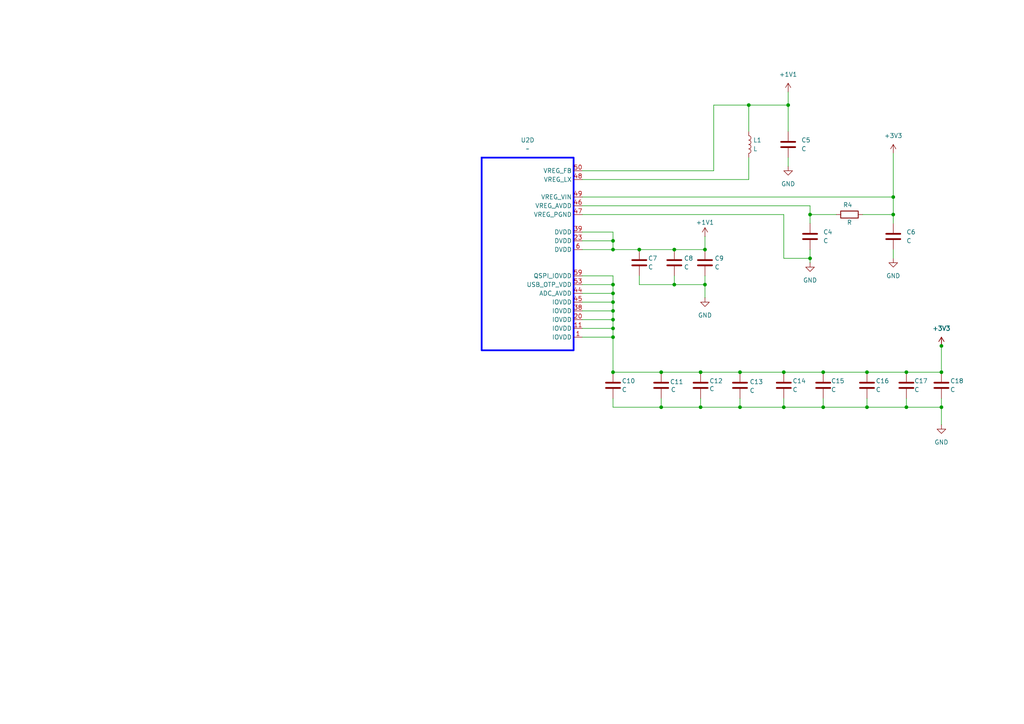
<source format=kicad_sch>
(kicad_sch (version 20250114) (generator "eeschema") (generator_version "9.0")
  (paper "A4")
  (lib_symbols
    (symbol "Device:C" (pin_numbers (hide yes)) (pin_names (offset 0.254))
      (property "Reference" "C" (at 0.635 2.54 0))
      (property "Value" "C" (at 0.635 -2.54 0))
      (symbol "C_0_1"
        (polyline (pts (xy -2.032 0.762) (xy 2.032 0.762)) (stroke (width 0.508)))
        (polyline (pts (xy -2.032 -0.762) (xy 2.032 -0.762)) (stroke (width 0.508)))
      )
      (symbol "C_1_1"
        (pin passive line (at 0 3.81 270) (length 2.794) (name "~") (number "1"))
        (pin passive line (at 0 -3.81 90) (length 2.794) (name "~") (number "2"))
      )
    )
    (symbol "Device:L" (pin_numbers (hide yes)) (pin_names (offset 1.016) (hide yes))
      (property "Reference" "L" (at -1.27 0 90))
      (property "Value" "L" (at 1.905 0 90))
      (symbol "L_0_1"
        (arc (start 0 2.54) (mid 0.6323 1.905) (end 0 1.27))
        (arc (start 0 1.27) (mid 0.6323 0.635) (end 0 0))
        (arc (start 0 0) (mid 0.6323 -0.635) (end 0 -1.27))
        (arc (start 0 -1.27) (mid 0.6323 -1.905) (end 0 -2.54))
      )
      (symbol "L_1_1"
        (pin passive line (at 0 3.81 270) (length 1.27) (name "1") (number "1"))
        (pin passive line (at 0 -3.81 90) (length 1.27) (name "2") (number "2"))
      )
    )
    (symbol "Device:R" (pin_numbers (hide yes)) (pin_names (offset 0))
      (property "Reference" "R" (at 2.032 0 90))
      (property "Value" "R" (at 0 0 90))
      (symbol "R_0_1"
        (rectangle (start -1.016 -2.54) (end 1.016 2.54) (stroke (width 0.254)))
      )
      (symbol "R_1_1"
        (pin passive line (at 0 3.81 270) (length 1.27) (name "~") (number "1"))
        (pin passive line (at 0 -3.81 90) (length 1.27) (name "~") (number "2"))
      )
    )
    (symbol "power:+1V1" (power) (pin_numbers (hide yes)) (pin_names (offset 0) (hide yes))
      (property "Value" "+1V1" (at 0 3.556 0))
      (symbol "+1V1_0_1"
        (polyline (pts (xy -0.762 1.27) (xy 0 2.54)))
        (polyline (pts (xy 0 2.54) (xy 0.762 1.27)))
        (polyline (pts (xy 0 0) (xy 0 2.54)))
      )
      (symbol "+1V1_1_1"
        (pin power_in line (at 0 0 90) (length 0) (name "~") (number "1"))
      )
    )
    (symbol "power:+3V3" (power) (pin_numbers (hide yes)) (pin_names (offset 0) (hide yes))
      (property "Value" "+3V3" (at 0 3.556 0))
      (symbol "+3V3_0_1"
        (polyline (pts (xy -0.762 1.27) (xy 0 2.54)))
        (polyline (pts (xy 0 2.54) (xy 0.762 1.27)))
        (polyline (pts (xy 0 0) (xy 0 2.54)))
      )
      (symbol "+3V3_1_1"
        (pin power_in line (at 0 0 90) (length 0) (name "~") (number "1"))
      )
    )
    (symbol "power:GND" (power) (pin_numbers (hide yes)) (pin_names (offset 0) (hide yes))
      (property "Value" "GND" (at 0 -3.81 0))
      (symbol "GND_0_1"
        (polyline (pts (xy 0 0) (xy 0 -1.27) (xy 1.27 -1.27) (xy 0 -2.54) (xy -1.27 -1.27) (xy 0 -1.27)))
      )
      (symbol "GND_1_1"
        (pin power_in line (at 0 0 270) (length 0) (name "~") (number "1"))
      )
    )
    (symbol "ssh_IC_Lib:rp2050A_60pin"
      (property "Reference" "U2" (at 20.32 16.764 0))
      (property "Value" "~" (at 22.606 15.494 0))
      (symbol "rp2050A_60pin_1_1"
        (rectangle (start 7.62 8.89) (end 34.29 -62.23) (stroke (width 0.508) (color 0 0 255 1)))
        (pin power_in line (at 36.83 2.54 180) (length 2.54) (name "QSPI_IOVDD") (number "59"))
        (pin power_in line (at 36.83 -2.54 180) (length 2.54) (name "USB_OTP_VDD") (number "53"))
        (pin power_in line (at 36.83 -6.35 180) (length 2.54) (name "VREG_FB") (number "50"))
        (pin power_in line (at 36.83 -8.89 180) (length 2.54) (name "VREG_VIN") (number "49"))
        (pin power_in line (at 36.83 -11.43 180) (length 2.54) (name "VREG_LX") (number "48"))
        (pin power_in line (at 36.83 -13.97 180) (length 2.54) (name "VREG_PGND") (number "47"))
        (pin power_in line (at 36.83 -16.51 180) (length 2.54) (name "VREG_AVDD") (number "46"))
        (pin power_in line (at 36.83 -21.59 180) (length 2.54) (name "IOVDD") (number "45"))
        (pin power_in line (at 36.83 -24.13 180) (length 2.54) (name "ADC_AVDD") (number "44"))
        (pin power_in line (at 36.83 -29.21 180) (length 2.54) (name "DVDD") (number "39"))
        (pin power_in line (at 36.83 -31.75 180) (length 2.54) (name "IOVDD") (number "38"))
        (pin power_in line (at 36.83 -36.83 180) (length 2.54) (name "DVDD") (number "23"))
        (pin power_in line (at 36.83 -41.91 180) (length 2.54) (name "IOVDD") (number "20"))
        (pin power_in line (at 36.83 -46.99 180) (length 2.54) (name "IOVDD") (number "11"))
        (pin power_in line (at 36.83 -52.07 180) (length 2.54) (name "DVDD") (number "6"))
        (pin power_in line (at 36.83 -57.15 180) (length 2.54) (name "IOVDD") (number "1"))
      )
      (symbol "rp2050A_60pin_2_1"
        (rectangle (start 5.08 3.81) (end 36.83 -15.24) (stroke (width 0.508) (color 0 0 255 1)))
        (pin bidirectional line (at 0 0 0) (length 5.08) (name "XIN") (number "21"))
        (pin bidirectional line (at 0 -7.62 0) (length 5.08) (name "XOUT") (number "22"))
        (pin bidirectional line (at 41.91 0 180) (length 5.08) (name "RUN") (number "26"))
        (pin bidirectional line (at 41.91 -7.62 180) (length 5.08) (name "SWCLK") (number "24"))
        (pin bidirectional line (at 41.91 -10.16 180) (length 5.08) (name "SWDIO") (number "25"))
      )
      (symbol "rp2050A_60pin_3_1"
        (rectangle (start 0 3.81) (end 31.75 -54.61) (stroke (width 0.508) (color 0 0 255 1)))
        (pin bidirectional line (at -5.08 0 0) (length 5.08) (name "GPIO0") (number "0"))
        (pin bidirectional line (at -5.08 -2.54 0) (length 5.08) (name "GPIO1") (number "3"))
        (pin bidirectional line (at -5.08 -5.08 0) (length 5.08) (name "GPIO2") (number "4"))
        (pin bidirectional line (at -5.08 -7.62 0) (length 5.08) (name "GPIO2") (number "4"))
        (pin bidirectional line (at -5.08 -10.16 0) (length 5.08) (name "GPIO3") (number "5"))
        (pin bidirectional line (at -5.08 -15.24 0) (length 5.08) (name "GPIO4") (number "7"))
        (pin bidirectional line (at -5.08 -17.78 0) (length 5.08) (name "CPIO5") (number "8"))
        (pin bidirectional line (at -5.08 -20.32 0) (length 5.08) (name "GPIO6") (number "9"))
        (pin bidirectional line (at -5.08 -22.86 0) (length 5.08) (name "GPIO7") (number "10"))
        (pin bidirectional line (at -5.08 -27.94 0) (length 5.08) (name "GPIO8") (number "12"))
        (pin bidirectional line (at -5.08 -30.48 0) (length 5.08) (name "GPIO9") (number "13"))
        (pin bidirectional line (at -5.08 -33.02 0) (length 5.08) (name "GPIO10") (number "14"))
        (pin bidirectional line (at -5.08 -35.56 0) (length 5.08) (name "GPIO11") (number "15"))
        (pin bidirectional line (at -5.08 -38.1 0) (length 5.08) (name "GPIO12") (number "16"))
        (pin bidirectional line (at -5.08 -40.64 0) (length 5.08) (name "GPIO13") (number "17"))
        (pin bidirectional line (at -5.08 -43.18 0) (length 5.08) (name "GPIO14") (number "18"))
        (pin bidirectional line (at -5.08 -45.72 0) (length 5.08) (name "GPIO15") (number "19"))
        (pin bidirectional line (at 36.83 0 180) (length 5.08) (name "GPIO29") (number "43"))
        (pin bidirectional line (at 36.83 -2.54 180) (length 5.08) (name "GPIO28") (number "42"))
        (pin bidirectional line (at 36.83 -5.08 180) (length 5.08) (name "GPIO27") (number "41"))
        (pin bidirectional line (at 36.83 -7.62 180) (length 5.08) (name "GPIO26") (number "40"))
        (pin bidirectional line (at 36.83 -12.7 180) (length 5.08) (name "GPIO25") (number "37"))
        (pin bidirectional line (at 36.83 -15.24 180) (length 5.08) (name "GPIO24") (number "36"))
        (pin bidirectional line (at 36.83 -17.78 180) (length 5.08) (name "GPIO23") (number "35"))
        (pin bidirectional line (at 36.83 -20.32 180) (length 5.08) (name "GPIO22") (number "34"))
        (pin bidirectional line (at 36.83 -22.86 180) (length 5.08) (name "GPIO21") (number "33"))
        (pin bidirectional line (at 36.83 -25.4 180) (length 5.08) (name "GPIO20") (number "32"))
        (pin bidirectional line (at 36.83 -27.94 180) (length 5.08) (name "GPIO19") (number "31"))
        (pin bidirectional line (at 36.83 -30.48 180) (length 5.08) (name "GPIO18") (number "29"))
        (pin bidirectional line (at 36.83 -33.02 180) (length 5.08) (name "GPIO17") (number "28"))
        (pin bidirectional line (at 36.83 -35.56 180) (length 5.08) (name "GPIO16") (number "27"))
      )
      (symbol "rp2050A_60pin_4_1"
        (rectangle (start 7.62 10.16) (end 34.29 -45.72) (stroke (width 0.508) (color 0 0 255 1)))
        (pin power_in line (at 36.83 6.35 180) (length 2.54) (name "VREG_FB") (number "50"))
        (pin power_in line (at 36.83 3.81 180) (length 2.54) (name "VREG_LX") (number "48"))
        (pin power_in line (at 36.83 -1.27 180) (length 2.54) (name "VREG_VIN") (number "49"))
        (pin power_in line (at 36.83 -3.81 180) (length 2.54) (name "VREG_AVDD") (number "46"))
        (pin power_in line (at 36.83 -6.35 180) (length 2.54) (name "VREG_PGND") (number "47"))
        (pin power_in line (at 36.83 -11.43 180) (length 2.54) (name "DVDD") (number "39"))
        (pin power_in line (at 36.83 -13.97 180) (length 2.54) (name "DVDD") (number "23"))
        (pin power_in line (at 36.83 -16.51 180) (length 2.54) (name "DVDD") (number "6"))
        (pin power_in line (at 36.83 -24.13 180) (length 2.54) (name "QSPI_IOVDD") (number "59"))
        (pin power_in line (at 36.83 -26.67 180) (length 2.54) (name "USB_OTP_VDD") (number "53"))
        (pin power_in line (at 36.83 -29.21 180) (length 2.54) (name "ADC_AVDD") (number "44"))
        (pin power_in line (at 36.83 -31.75 180) (length 2.54) (name "IOVDD") (number "45"))
        (pin power_in line (at 36.83 -34.29 180) (length 2.54) (name "IOVDD") (number "38"))
        (pin power_in line (at 36.83 -36.83 180) (length 2.54) (name "IOVDD") (number "20"))
        (pin power_in line (at 36.83 -39.37 180) (length 2.54) (name "IOVDD") (number "11"))
        (pin power_in line (at 36.83 -41.91 180) (length 2.54) (name "IOVDD") (number "1"))
      )
    )
  )
  (junction (at 251.46 107.95))
  (junction (at 273.05 118.11))
  (junction (at 262.89 107.95))
  (junction (at 177.8 69.85))
  (junction (at 251.46 118.11))
  (junction (at 238.76 107.95))
  (junction (at 214.63 118.11))
  (junction (at 191.77 107.95))
  (junction (at 204.47 72.39))
  (junction (at 227.33 118.11))
  (junction (at 204.47 82.55))
  (junction (at 214.63 107.95))
  (junction (at 273.05 100.33))
  (junction (at 259.08 57.15))
  (junction (at 259.08 62.23))
  (junction (at 227.33 107.95))
  (junction (at 217.17 30.48))
  (junction (at 177.8 95.25))
  (junction (at 195.58 72.39))
  (junction (at 177.8 85.09))
  (junction (at 238.76 118.11))
  (junction (at 195.58 82.55))
  (junction (at 234.95 74.93))
  (junction (at 203.2 107.95))
  (junction (at 177.8 107.95))
  (junction (at 177.8 87.63))
  (junction (at 262.89 118.11))
  (junction (at 177.8 97.79))
  (junction (at 177.8 72.39))
  (junction (at 203.2 118.11))
  (junction (at 177.8 92.71))
  (junction (at 177.8 90.17))
  (junction (at 191.77 118.11))
  (junction (at 228.6 30.48))
  (junction (at 273.05 107.95))
  (junction (at 177.8 82.55))
  (junction (at 234.95 62.23))
  (junction (at 185.42 72.39))
  (wire (pts (xy 177.8 85.09) (xy 177.8 87.63)))
  (wire (pts (xy 177.8 97.79) (xy 177.8 107.95)))
  (wire (pts (xy 177.8 92.71) (xy 177.8 95.25)))
  (wire (pts (xy 259.08 44.45) (xy 259.08 57.15)))
  (wire (pts (xy 259.08 72.39) (xy 259.08 74.93)))
  (wire (pts (xy 217.17 38.1) (xy 217.17 30.48)))
  (wire (pts (xy 191.77 118.11) (xy 203.2 118.11)))
  (wire (pts (xy 214.63 115.57) (xy 214.63 118.11)))
  (wire (pts (xy 168.91 95.25) (xy 177.8 95.25)))
  (wire (pts (xy 214.63 107.95) (xy 227.33 107.95)))
  (wire (pts (xy 273.05 115.57) (xy 273.05 118.11)))
  (wire (pts (xy 228.6 38.1) (xy 228.6 30.48)))
  (wire (pts (xy 217.17 30.48) (xy 228.6 30.48)))
  (wire (pts (xy 177.8 80.01) (xy 177.8 82.55)))
  (wire (pts (xy 251.46 118.11) (xy 262.89 118.11)))
  (wire (pts (xy 262.89 107.95) (xy 273.05 107.95)))
  (wire (pts (xy 168.91 52.07) (xy 217.17 52.07)))
  (wire (pts (xy 227.33 107.95) (xy 238.76 107.95)))
  (wire (pts (xy 168.91 67.31) (xy 177.8 67.31)))
  (wire (pts (xy 168.91 69.85) (xy 177.8 69.85)))
  (wire (pts (xy 228.6 45.72) (xy 228.6 48.26)))
  (wire (pts (xy 177.8 95.25) (xy 177.8 97.79)))
  (wire (pts (xy 251.46 115.57) (xy 251.46 118.11)))
  (wire (pts (xy 195.58 80.01) (xy 195.58 82.55)))
  (wire (pts (xy 238.76 107.95) (xy 251.46 107.95)))
  (wire (pts (xy 168.91 72.39) (xy 177.8 72.39)))
  (wire (pts (xy 177.8 107.95) (xy 191.77 107.95)))
  (wire (pts (xy 251.46 107.95) (xy 262.89 107.95)))
  (wire (pts (xy 204.47 82.55) (xy 204.47 80.01)))
  (wire (pts (xy 259.08 62.23) (xy 259.08 64.77)))
  (wire (pts (xy 238.76 115.57) (xy 238.76 118.11)))
  (wire (pts (xy 234.95 74.93) (xy 234.95 76.2)))
  (wire (pts (xy 177.8 72.39) (xy 185.42 72.39)))
  (wire (pts (xy 203.2 107.95) (xy 214.63 107.95)))
  (wire (pts (xy 191.77 115.57) (xy 191.77 118.11)))
  (wire (pts (xy 168.91 49.53) (xy 207.01 49.53)))
  (wire (pts (xy 185.42 82.55) (xy 195.58 82.55)))
  (wire (pts (xy 168.91 57.15) (xy 259.08 57.15)))
  (wire (pts (xy 177.8 67.31) (xy 177.8 69.85)))
  (wire (pts (xy 227.33 118.11) (xy 238.76 118.11)))
  (wire (pts (xy 217.17 45.72) (xy 217.17 52.07)))
  (wire (pts (xy 177.8 87.63) (xy 177.8 90.17)))
  (wire (pts (xy 227.33 115.57) (xy 227.33 118.11)))
  (wire (pts (xy 262.89 118.11) (xy 273.05 118.11)))
  (wire (pts (xy 273.05 118.11) (xy 273.05 123.19)))
  (wire (pts (xy 234.95 64.77) (xy 234.95 62.23)))
  (wire (pts (xy 177.8 69.85) (xy 177.8 72.39)))
  (wire (pts (xy 185.42 80.01) (xy 185.42 82.55)))
  (wire (pts (xy 168.91 87.63) (xy 177.8 87.63)))
  (wire (pts (xy 214.63 118.11) (xy 227.33 118.11)))
  (wire (pts (xy 204.47 68.58) (xy 204.47 72.39)))
  (wire (pts (xy 168.91 97.79) (xy 177.8 97.79)))
  (wire (pts (xy 168.91 82.55) (xy 177.8 82.55)))
  (wire (pts (xy 168.91 62.23) (xy 227.33 62.23)))
  (wire (pts (xy 203.2 118.11) (xy 214.63 118.11)))
  (wire (pts (xy 273.05 100.33) (xy 273.05 107.95)))
  (wire (pts (xy 227.33 62.23) (xy 227.33 74.93)))
  (wire (pts (xy 177.8 82.55) (xy 177.8 85.09)))
  (wire (pts (xy 250.19 62.23) (xy 259.08 62.23)))
  (wire (pts (xy 168.91 92.71) (xy 177.8 92.71)))
  (wire (pts (xy 234.95 72.39) (xy 234.95 74.93)))
  (wire (pts (xy 191.77 107.95) (xy 203.2 107.95)))
  (wire (pts (xy 259.08 57.15) (xy 259.08 62.23)))
  (wire (pts (xy 168.91 90.17) (xy 177.8 90.17)))
  (wire (pts (xy 227.33 74.93) (xy 234.95 74.93)))
  (wire (pts (xy 185.42 72.39) (xy 195.58 72.39)))
  (wire (pts (xy 177.8 118.11) (xy 191.77 118.11)))
  (wire (pts (xy 203.2 115.57) (xy 203.2 118.11)))
  (wire (pts (xy 177.8 90.17) (xy 177.8 92.71)))
  (wire (pts (xy 207.01 30.48) (xy 217.17 30.48)))
  (wire (pts (xy 168.91 59.69) (xy 234.95 59.69)))
  (wire (pts (xy 207.01 49.53) (xy 207.01 30.48)))
  (wire (pts (xy 234.95 62.23) (xy 242.57 62.23)))
  (wire (pts (xy 238.76 118.11) (xy 251.46 118.11)))
  (wire (pts (xy 234.95 62.23) (xy 234.95 59.69)))
  (wire (pts (xy 177.8 115.57) (xy 177.8 118.11)))
  (wire (pts (xy 168.91 80.01) (xy 177.8 80.01)))
  (wire (pts (xy 228.6 26.67) (xy 228.6 30.48)))
  (wire (pts (xy 204.47 82.55) (xy 204.47 86.36)))
  (wire (pts (xy 168.91 85.09) (xy 177.8 85.09)))
  (wire (pts (xy 195.58 82.55) (xy 204.47 82.55)))
  (wire (pts (xy 262.89 115.57) (xy 262.89 118.11)))
  (wire (pts (xy 195.58 72.39) (xy 204.47 72.39)))
  (symbol (lib_id "Device:R") (at 246.38 62.23 90) (unit 1)
    (property "Reference" "R4" (at 245.872 59.436 90))
    (property "Value" "R" (at 246.38 64.516 90))
    (property "Footprint" "Resistor_SMD:R_0402_1005Metric" (effects (hide yes)))
    (property "Description" "Resistor" (effects (hide yes)))
  )
  (symbol (lib_id "Device:C") (at 203.2 111.76 0) (unit 1)
    (property "Reference" "C12" (at 205.74 110.49 0) (effects (justify left)))
    (property "Value" "C" (at 205.74 112.776 0) (effects (justify left)))
    (property "Footprint" "Capacitor_SMD:C_0402_1005Metric" (effects (hide yes)))
    (property "Description" "Unpolarized capacitor" (effects (hide yes)))
  )
  (symbol (lib_id "Device:C") (at 191.77 111.76 0) (unit 1)
    (property "Reference" "C11" (at 194.31 110.744 0) (effects (justify left)))
    (property "Value" "C" (at 194.564 113.03 0) (effects (justify left)))
    (property "Footprint" "Capacitor_SMD:C_0402_1005Metric" (effects (hide yes)))
    (property "Description" "Unpolarized capacitor" (effects (hide yes)))
  )
  (symbol (lib_id "ssh_IC_Lib:rp2050A_60pin") (at 132.08 55.88 0) (unit 4)
    (property "Reference" "U2" (at 153.035 40.64 0))
    (property "Value" "~" (at 153.035 43.18 0))
    (property "Footprint" "ssh_IC_FP:RP2350A_QFN-60_EP_7.75x7.75_Pitch0.4mm" (effects (hide yes)))
  )
  (symbol (lib_id "Device:C") (at 185.42 76.2 0) (unit 1)
    (property "Reference" "C7" (at 187.96 74.93 0) (effects (justify left)))
    (property "Value" "C" (at 187.96 77.47 0) (effects (justify left)))
    (property "Description" "Unpolarized capacitor" (effects (hide yes)))
  )
  (symbol (lib_id "Device:C") (at 234.95 68.58 0) (unit 1)
    (property "Reference" "C4" (at 238.76 67.3099 0) (effects (justify left)))
    (property "Value" "C" (at 238.76 69.8499 0) (effects (justify left)))
    (property "Footprint" "Capacitor_SMD:C_0402_1005Metric" (effects (hide yes)))
    (property "Description" "Unpolarized capacitor" (effects (hide yes)))
  )
  (symbol (lib_id "power:GND") (at 234.95 76.2 0) (unit 1)
    (property "Reference" "#PWR02" (effects (hide yes)))
    (property "Value" "GND" (at 234.95 81.28 0))
    (property "Description" "Power symbol creates a global label with name \"GND\" , ground" (effects (hide yes)))
  )
  (symbol (lib_id "Device:C") (at 251.46 111.76 0) (unit 1)
    (property "Reference" "C16" (at 254 110.49 0) (effects (justify left)))
    (property "Value" "C" (at 254 113.03 0) (effects (justify left)))
    (property "Footprint" "Capacitor_SMD:C_0402_1005Metric" (effects (hide yes)))
    (property "Description" "Unpolarized capacitor" (effects (hide yes)))
  )
  (symbol (lib_id "Device:L") (at 217.17 41.91 0) (unit 1)
    (property "Reference" "L1" (at 218.44 40.6399 0) (effects (justify left)))
    (property "Value" "L" (at 218.44 43.1799 0) (effects (justify left)))
    (property "Footprint" "Inductor_SMD:L_0805_2012Metric" (effects (hide yes)))
    (property "Description" "Inductor" (effects (hide yes)))
  )
  (symbol (lib_id "power:+3V3") (at 273.05 100.33 0) (unit 1)
    (property "Reference" "#PWR012" (effects (hide yes)))
    (property "Value" "+3V3" (at 273.05 95.25 0))
    (property "Description" "Power symbol creates a global label with name \"+3V3\"" (effects (hide yes)))
  )
  (symbol (lib_id "power:GND") (at 273.05 123.19 0) (unit 1)
    (property "Reference" "#PWR010" (effects (hide yes)))
    (property "Value" "GND" (at 273.05 128.27 0))
    (property "Description" "Power symbol creates a global label with name \"GND\" , ground" (effects (hide yes)))
  )
  (symbol (lib_id "power:+1V1") (at 228.6 26.67 0) (unit 1)
    (property "Reference" "#PWR08" (effects (hide yes)))
    (property "Value" "+1V1" (at 228.6 21.59 0))
    (property "Description" "Power symbol creates a global label with name \"+1V1\"" (effects (hide yes)))
  )
  (symbol (lib_id "Device:C") (at 227.33 111.76 0) (unit 1)
    (property "Reference" "C14" (at 229.87 110.49 0) (effects (justify left)))
    (property "Value" "C" (at 229.87 113.03 0) (effects (justify left)))
    (property "Footprint" "Capacitor_SMD:C_0402_1005Metric" (effects (hide yes)))
    (property "Description" "Unpolarized capacitor" (effects (hide yes)))
  )
  (symbol (lib_id "Device:C") (at 177.8 111.76 0) (unit 1)
    (property "Reference" "C10" (at 180.34 110.49 0) (effects (justify left)))
    (property "Value" "C" (at 180.34 113.03 0) (effects (justify left)))
    (property "Footprint" "Capacitor_SMD:C_0402_1005Metric" (effects (hide yes)))
    (property "Description" "Unpolarized capacitor" (effects (hide yes)))
  )
  (symbol (lib_id "power:+1V1") (at 204.47 68.58 0) (unit 1)
    (property "Reference" "#PWR013" (effects (hide yes)))
    (property "Value" "+1V1" (at 204.47 64.516 0))
    (property "Description" "Power symbol creates a global label with name \"+1V1\"" (effects (hide yes)))
  )
  (symbol (lib_id "Device:C") (at 262.89 111.76 0) (unit 1)
    (property "Reference" "C17" (at 265.176 110.49 0) (effects (justify left)))
    (property "Value" "C" (at 265.176 113.03 0) (effects (justify left)))
    (property "Footprint" "Capacitor_SMD:C_0402_1005Metric" (effects (hide yes)))
    (property "Description" "Unpolarized capacitor" (effects (hide yes)))
  )
  (symbol (lib_id "Device:C") (at 259.08 68.58 0) (unit 1)
    (property "Reference" "C6" (at 262.89 67.3099 0) (effects (justify left)))
    (property "Value" "C" (at 262.89 69.8499 0) (effects (justify left)))
    (property "Footprint" "Capacitor_SMD:C_0402_1005Metric" (effects (hide yes)))
    (property "Description" "Unpolarized capacitor" (effects (hide yes)))
  )
  (symbol (lib_id "power:GND") (at 259.08 74.93 0) (unit 1)
    (property "Reference" "#PWR06" (effects (hide yes)))
    (property "Value" "GND" (at 259.08 80.01 0))
    (property "Description" "Power symbol creates a global label with name \"GND\" , ground" (effects (hide yes)))
  )
  (symbol (lib_id "Device:C") (at 195.58 76.2 0) (unit 1)
    (property "Reference" "C8" (at 198.374 74.93 0) (effects (justify left)))
    (property "Value" "C" (at 198.374 77.47 0) (effects (justify left)))
    (property "Footprint" "Capacitor_SMD:C_0402_1005Metric" (effects (hide yes)))
    (property "Description" "Unpolarized capacitor" (effects (hide yes)))
  )
  (symbol (lib_id "power:GND") (at 228.6 48.26 0) (unit 1)
    (property "Reference" "#PWR07" (effects (hide yes)))
    (property "Value" "GND" (at 228.6 53.34 0))
    (property "Description" "Power symbol creates a global label with name \"GND\" , ground" (effects (hide yes)))
  )
  (symbol (lib_id "power:+3V3") (at 259.08 44.45 0) (unit 1)
    (property "Reference" "#PWR03" (effects (hide yes)))
    (property "Value" "+3V3" (at 259.08 39.37 0))
    (property "Description" "Power symbol creates a global label with name \"+3V3\"" (effects (hide yes)))
  )
  (symbol (lib_id "Device:C") (at 273.05 111.76 0) (unit 1)
    (property "Reference" "C18" (at 275.59 110.49 0) (effects (justify left)))
    (property "Value" "C" (at 275.59 113.03 0) (effects (justify left)))
    (property "Footprint" "Capacitor_SMD:C_0402_1005Metric" (effects (hide yes)))
    (property "Description" "Unpolarized capacitor" (effects (hide yes)))
  )
  (symbol (lib_id "Device:C") (at 228.6 41.91 0) (unit 1)
    (property "Reference" "C5" (at 232.41 40.6399 0) (effects (justify left)))
    (property "Value" "C" (at 232.41 43.1799 0) (effects (justify left)))
    (property "Footprint" "Capacitor_SMD:C_0402_1005Metric" (effects (hide yes)))
    (property "Description" "Unpolarized capacitor" (effects (hide yes)))
  )
  (symbol (lib_id "Device:C") (at 214.63 111.76 0) (unit 1)
    (property "Reference" "C13" (at 217.424 110.744 0) (effects (justify left)))
    (property "Value" "C" (at 217.424 113.284 0) (effects (justify left)))
    (property "Footprint" "Capacitor_SMD:C_0402_1005Metric" (effects (hide yes)))
    (property "Description" "Unpolarized capacitor" (effects (hide yes)))
  )
  (symbol (lib_id "Device:C") (at 238.76 111.76 0) (unit 1)
    (property "Reference" "C15" (at 241.046 110.49 0) (effects (justify left)))
    (property "Value" "C" (at 241.046 113.03 0) (effects (justify left)))
    (property "Footprint" "Capacitor_SMD:C_0402_1005Metric" (effects (hide yes)))
    (property "Description" "Unpolarized capacitor" (effects (hide yes)))
  )
  (symbol (lib_id "power:GND") (at 204.47 86.36 0) (unit 1)
    (property "Reference" "#PWR09" (effects (hide yes)))
    (property "Value" "GND" (at 204.47 91.44 0))
    (property "Description" "Power symbol creates a global label with name \"GND\" , ground" (effects (hide yes)))
  )
  (symbol (lib_id "Device:C") (at 204.47 76.2 0) (unit 1)
    (property "Reference" "C9" (at 207.264 74.93 0) (effects (justify left)))
    (property "Value" "C" (at 207.264 77.47 0) (effects (justify left)))
    (property "Description" "Unpolarized capacitor" (effects (hide yes)))
  )
  (symbol (lib_id "power:+3V3") (at 273.05 100.33 0) (unit 1)
    (property "Reference" "#PWR011" (effects (hide yes)))
    (property "Value" "+3V3" (at 273.05 95.25 0))
    (property "Description" "Power symbol creates a global label with name \"+3V3\"" (effects (hide yes)))
  )
)
</source>
